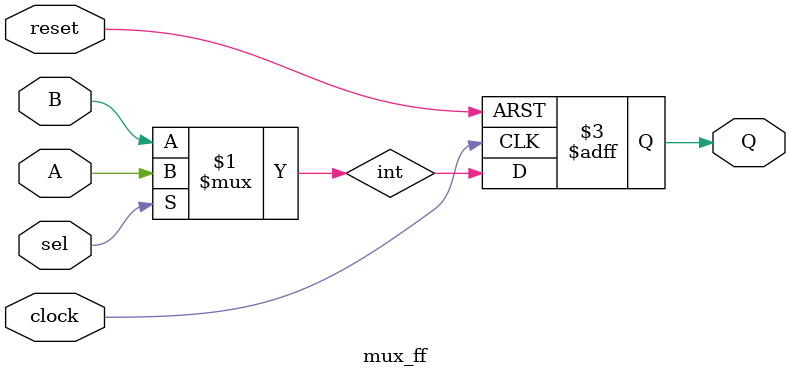
<source format=v>
module mux_ff (
    input  wire A,
    input  wire B,
    input  wire sel,
    input  wire clock,
    input  wire reset,
    output reg  Q
);
    wire int;
    assign int = sel ? A : B;

    always @(posedge clock or posedge reset) begin
        if (reset)
            Q <= 1'b0;
        else
            Q <= int;
    end
endmodule


</source>
